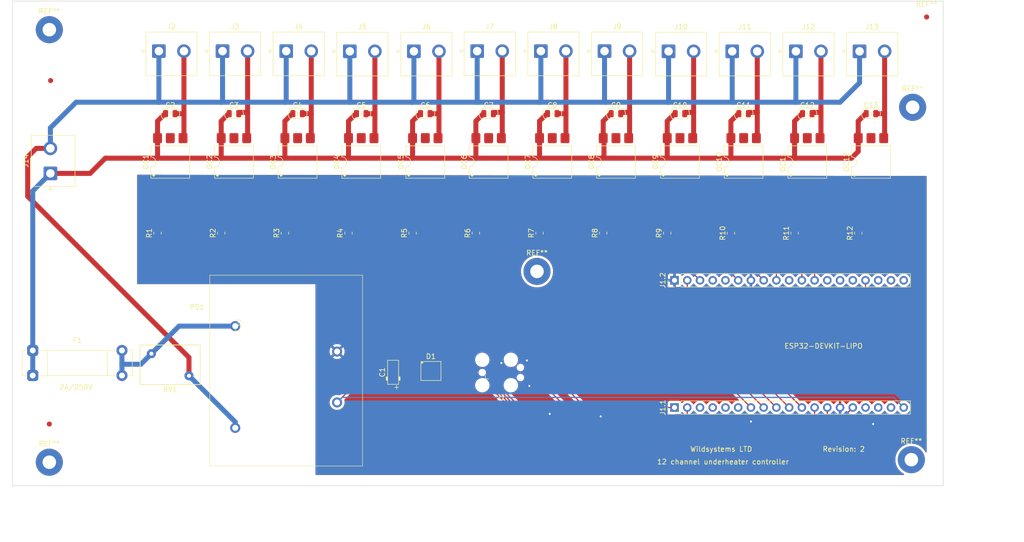
<source format=kicad_pcb>
(kicad_pcb (version 20221018) (generator pcbnew)
  (title_block (title "12 channel underheater controller") (rev "2") (company "Wildsystems LTD"))
  (layers (0 "F.Cu" signal) (31 "B.Cu" signal) (34 "B.Paste" user) (35 "F.Paste" user) (36 "B.SilkS" user "B.Silkscreen") (37 "F.SilkS" user "F.Silkscreen") (38 "B.Mask" user) (39 "F.Mask" user) (44 "Edge.Cuts" user))
  (net 0 "")
  (net 1 "+3.3V")
  (net 2 "GNDREF")
  (net 3 "/IO_220V/220V_out")
  (net 4 "/IO_220V1/220V_out")
  (net 5 "/IO_220V2/220V_out")
  (net 6 "/IO_220V3/220V_out")
  (net 7 "/IO_220V4/220V_out")
  (net 8 "/IO_220V5/220V_out")
  (net 9 "/IO_220V10/220V_out")
  (net 10 "/IO_220V9/220V_out")
  (net 11 "/IO_220V8/220V_out")
  (net 12 "/IO_220V7/220V_out")
  (net 13 "/IO_220V11/220V_out")
  (net 14 "/IO_220V6/220V_out")
  (net 15 "Net-(PS1-AC{slash}L)")
  (net 16 "/ESP_EN")
  (net 17 "/GPIO12")
  (net 18 "/GPIO14")
  (net 19 "/GPIO13")
  (net 20 "+5V")
  (net 21 "/GPIO15")
  (net 22 "/GPI36")
  (net 23 "/GPI39")
  (net 24 "/GPI34")
  (net 25 "/GPI35")
  (net 26 "/GPIO32")
  (net 27 "/GPIO33")
  (net 28 "/GPIO25")
  (net 29 "/GPIO26")
  (net 30 "Net-(OC1-Pad1)")
  (net 33 "/GPIO27")
  (net 37 "/GPIO23")
  (net 38 "/GPIO22")
  (net 39 "/L")
  (net 40 "/N")
  (net 41 "/GPIO1")
  (net 42 "/GPIO3")
  (net 43 "/GPIO21")
  (net 44 "/GPIO19")
  (net 45 "/GPIO18")
  (net 46 "/GPIO5")
  (net 47 "/GPIO17")
  (net 48 "/GPIO16")
  (net 49 "/GPIO4")
  (net 50 "/GPIO0")
  (net 51 "/GPIO2")
  (net 55 "Net-(OC2-Pad1)")
  (net 58 "Net-(OC3-Pad1)")
  (net 61 "Net-(OC4-Pad1)")
  (net 64 "Net-(OC5-Pad1)")
  (net 67 "Net-(OC6-Pad1)")
  (net 70 "Net-(OC7-Pad1)")
  (net 73 "Net-(OC8-Pad1)")
  (net 76 "Net-(OC9-Pad1)")
  (net 79 "Net-(OC10-Pad1)")
  (net 82 "Net-(OC11-Pad1)")
  (net 85 "Net-(OC12-Pad1)")
  (footprint "Resistor_SMD:R_0805_2012Metric_Pad1.20x1.40mm_HandSolder" (layer "F.Cu") (at 141.224 68.564 90)
    (fp_text reference "R7")
    (fp_text value "170")
  )
  (footprint "Varistor:RV_Disc_D12mm_W7.9mm_P7.5mm" (layer "F.Cu") (at 63.792 92.638)
    (fp_text reference "RV1")
    (fp_text value "S10K460" hide)
  )
  (footprint "Fiducial:Fiducial_1mm_Mask3mm" (layer "F.Cu") (at 43.434 106.68)
    (fp_text reference "REF**" hide)
    (fp_text value "Fiducial_1mm_Mask3mm" hide)
  )
  (footprint "Capacitor_SMD_Handsoldering_AKL:C_0805_2012Metric" (layer "F.Cu") (at 207.3355 44.704)
    (fp_text reference "C13")
    (fp_text value "22n" hide)
  )
  (footprint "Connector_PinHeader_2.54mm:PinHeader_1x19_P2.54mm_Vertical" (layer "F.Cu") (at 168.148 103.378 90)
    (fp_text reference "J1.1")
    (fp_text value "EXT1.1")
  )
  (footprint "Package_DIP_AKL:SMDIP-6_W9.53mm" (layer "F.Cu") (at 207.3355 54.356 90)
    (fp_text reference "OC12")
    (fp_text value "BRT21H-X007" hide)
  )
  (footprint "Capacitor_SMD_Handsoldering_AKL:C_0805_2012Metric" (layer "F.Cu") (at 181.9355 44.704)
    (fp_text reference "C11")
    (fp_text value "22n" hide)
  )
  (footprint "Resistor_SMD:R_0805_2012Metric_Pad1.20x1.40mm_HandSolder" (layer "F.Cu") (at 65.024 68.564 90)
    (fp_text reference "R1")
    (fp_text value "170")
  )
  (footprint "Package_DIP_AKL:SMDIP-6_W9.53mm" (layer "F.Cu") (at 181.9355 54.356 90)
    (fp_text reference "OC10")
    (fp_text value "BRT21H-X007" hide)
  )
  (footprint "Connector_JST:JST_NV_B02P-NV_1x02_P5.00mm_Vertical" (layer "F.Cu") (at 103.378 32.258)
    (fp_text reference "J5")
    (fp_text value "A4")
  )
  (footprint "MountingHole:MountingHole_2.7mm_Pad" (layer "F.Cu") (at 140.716 76.2)
    (fp_text reference "REF**")
    (fp_text value "MountingHole_2.7mm_Pad")
  )
  (footprint "Package_DIP_AKL:SMDIP-6_W9.53mm" (layer "F.Cu") (at 143.764 54.356 90)
    (fp_text reference "OC7")
    (fp_text value "BRT21H-X007" hide)
  )
  (footprint "Resistor_SMD:R_0805_2012Metric_Pad1.20x1.40mm_HandSolder" (layer "F.Cu") (at 115.8955 68.564 90)
    (fp_text reference "R5")
    (fp_text value "170")
  )
  (footprint "Package_DIP_AKL:SMDIP-6_W9.53mm" (layer "F.Cu") (at 194.6355 54.356 90)
    (fp_text reference "OC11")
    (fp_text value "BRT21H-X007" hide)
  )
  (footprint "Resistor_SMD:R_0805_2012Metric_Pad1.20x1.40mm_HandSolder" (layer "F.Cu") (at 204.7955 68.564 90)
    (fp_text reference "R12")
    (fp_text value "170")
  )
  (footprint "Resistor_SMD:R_0805_2012Metric_Pad1.20x1.40mm_HandSolder" (layer "F.Cu") (at 192.0955 68.564 90)
    (fp_text reference "R11")
    (fp_text value "170")
  )
  (footprint "Connector_JST:JST_NV_B02P-NV_1x02_P5.00mm_Vertical" (layer "F.Cu") (at 154.1865 32.216)
    (fp_text reference "J9")
    (fp_text value "A8")
  )
  (footprint "Resistor_SMD:R_0805_2012Metric_Pad1.20x1.40mm_HandSolder" (layer "F.Cu") (at 90.424 68.564 90)
    (fp_text reference "R3")
    (fp_text value "170")
  )
  (footprint "Capacitor_SMD_Handsoldering_AKL:C_0805_2012Metric" (layer "F.Cu") (at 80.264 44.704)
    (fp_text reference "C3")
    (fp_text value "22n" hide)
  )
  (footprint "Capacitor_SMD_Handsoldering_AKL:C_0805_2012Metric" (layer "F.Cu") (at 92.964 44.704)
    (fp_text reference "C4")
    (fp_text value "22n" hide)
  )
  (footprint "Package_DIP_AKL:SMDIP-6_W9.53mm" (layer "F.Cu") (at 67.564 54.356 90)
    (fp_text reference "OC1")
    (fp_text value "BRT21H-X007" hide)
  )
  (footprint "Resistor_SMD:R_0805_2012Metric_Pad1.20x1.40mm_HandSolder" (layer "F.Cu") (at 77.724 68.564 90)
    (fp_text reference "R2")
    (fp_text value "170")
  )
  (footprint "Fuse:Fuseholder_Clip-5x20mm_Bel_FC-203-22_Lateral_P17.80x5.00mm_D1.17mm_Horizontal" (layer "F.Cu") (at 40.122 91.988)
    (fp_text reference "F1")
    (fp_text value "2A/250V/FH-1096")
  )
  (footprint "Package_DIP_AKL:SMDIP-6_W9.53mm" (layer "F.Cu") (at 131.064 54.356 90)
    (fp_text reference "OC6")
    (fp_text value "BRT21H-X007" hide)
  )
  (footprint "Connector_JST:JST_NV_B02P-NV_1x02_P5.00mm_Vertical" (layer "F.Cu") (at 77.9865 32.216)
    (fp_text reference "J3")
    (fp_text value "A2")
  )
  (footprint "Capacitor_Tantalum_SMD_AKL:CP_EIA-3216-18_Kemet-A" (layer "F.Cu") (at 112.014 96.346 90)
    (fp_text reference "C1")
    (fp_text value "TAJA105K025RNJ" hide)
  )
  (footprint "Connector_JST:JST_NV_B02P-NV_1x02_P5.00mm_Vertical" (layer "F.Cu") (at 65.2865 32.216)
    (fp_text reference "J2")
    (fp_text value "A1")
  )
  (footprint "MountingHole:MountingHole_2.7mm_Pad" (layer "F.Cu") (at 215.392 113.792)
    (fp_text reference "REF**")
    (fp_text value "MountingHole_2.7mm_Pad")
  )
  (footprint "Package_DIP_AKL:SMDIP-6_W9.53mm" (layer "F.Cu") (at 156.464 54.356 90)
    (fp_text reference "OC8")
    (fp_text value "BRT21H-X007" hide)
  )
  (footprint "Package_DIP_AKL:SMDIP-6_W9.53mm" (layer "F.Cu") (at 169.2355 54.356 90)
    (fp_text reference "OC9")
    (fp_text value "BRT21H-X007" hide)
  )
  (footprint "Package_DIP_AKL:SMDIP-6_W9.53mm" (layer "F.Cu") (at 118.4355 54.356 90)
    (fp_text reference "OC5")
    (fp_text value "BRT21H-X007" hide)
  )
  (footprint "Fiducial:Fiducial_1mm_Mask3mm" (layer "F.Cu") (at 218.44 25.4)
    (fp_text reference "REF**")
    (fp_text value "Fiducial_1mm_Mask3mm")
  )
  (footprint "Connector_JST:JST_NV_B02P-NV_1x02_P5.00mm_Vertical" (layer "F.Cu") (at 205.058 32.258)
    (fp_text reference "J13")
    (fp_text value "A12")
  )
  (footprint "Connector_JST:JST_NV_B02P-NV_1x02_P5.00mm_Vertical" (layer "F.Cu") (at 166.958 32.258)
    (fp_text reference "J10")
    (fp_text value "A9")
  )
  (footprint "Capacitor_SMD_Handsoldering_AKL:C_0805_2012Metric" (layer "F.Cu") (at 194.6355 44.704)
    (fp_text reference "C12")
    (fp_text value "22n" hide)
  )
  (footprint "Capacitor_SMD_Handsoldering_AKL:C_0805_2012Metric" (layer "F.Cu") (at 105.6555 44.704)
    (fp_text reference "C5")
    (fp_text value "22n" hide)
  )
  (footprint "Capacitor_SMD_Handsoldering_AKL:C_0805_2012Metric" (layer "F.Cu") (at 118.4355 44.704)
    (fp_text reference "C6")
    (fp_text value "22n" hide)
  )
  (footprint "Capacitor_SMD_Handsoldering_AKL:C_0805_2012Metric" (layer "F.Cu") (at 131.064 44.704)
    (fp_text reference "C7")
    (fp_text value "22n" hide)
  )
  (footprint "Connector_JST:JST_NV_B02P-NV_1x02_P5.00mm_Vertical" (layer "F.Cu") (at 43.646 56.6335 90)
    (fp_text reference "J14")
    (fp_text value "220IN")
  )
  (footprint "MountingHole:MountingHole_2.7mm_Pad" (layer "F.Cu") (at 43.434 114.3)
    (fp_text reference "REF**")
    (fp_text value "MountingHole_2.7mm_Pad")
  )
  (footprint "Package_TO_SOT_SMD_AKL:SOT-23-5" (layer "F.Cu") (at 119.55 96.078)
    (fp_text reference "D1")
    (fp_text value "ESDA5V3SC5" hide)
  )
  (footprint "Connector_JST:JST_NV_B02P-NV_1x02_P5.00mm_Vertical" (layer "F.Cu") (at 116.158 32.258)
    (fp_text reference "J6")
    (fp_text value "A5")
  )
  (footprint "Connector_JST:JST_NV_B02P-NV_1x02_P5.00mm_Vertical" (layer "F.Cu") (at 141.4865 32.216)
    (fp_text reference "J8")
    (fp_text value "A7")
  )
  (footprint "Resistor_SMD:R_0805_2012Metric_Pad1.20x1.40mm_HandSolder" (layer "F.Cu") (at 179.3955 68.564 90)
    (fp_text reference "R10")
    (fp_text value "170")
  )
  (footprint "Resistor_SMD:R_0805_2012Metric_Pad1.20x1.40mm_HandSolder" (layer "F.Cu") (at 103.1155 68.564 90)
    (fp_text reference "R4")
    (fp_text value "170")
  )
  (footprint "Capacitor_SMD_Handsoldering_AKL:C_0805_2012Metric" (layer "F.Cu") (at 67.564 44.704)
    (fp_text reference "C2")
    (fp_text value "22n" hide)
  )
  (footprint "Connector_PinHeader_2.54mm:PinHeader_1x19_P2.54mm_Vertical" (layer "F.Cu") (at 168.148 77.978 90)
    (fp_text reference "J1.2")
    (fp_text value "EXT1.2")
  )
  (footprint "Resistor_SMD:R_0805_2012Metric_Pad1.20x1.40mm_HandSolder" (layer "F.Cu") (at 166.6955 68.564 90)
    (fp_text reference "R9")
    (fp_text value "170")
  )
  (footprint "Capacitor_SMD_Handsoldering_AKL:C_0805_2012Metric" (layer "F.Cu") (at 156.464 44.704)
    (fp_text reference "C9")
    (fp_text value "22n" hide)
  )
  (footprint "Connector_JST:JST_NV_B02P-NV_1x02_P5.00mm_Vertical" (layer "F.Cu") (at 90.6865 32.216)
    (fp_text reference "J4")
    (fp_text value "A3")
  )
  (footprint "Resistor_SMD:R_0805_2012Metric_Pad1.20x1.40mm_HandSolder" (layer "F.Cu") (at 128.524 68.564 90)
    (fp_text reference "R6")
    (fp_text value "170")
  )
  (footprint "Connector_JST:JST_NV_B02P-NV_1x02_P5.00mm_Vertical" (layer "F.Cu") (at 128.7865 32.216)
    (fp_text reference "J7")
    (fp_text value "A6")
  )
  (footprint "Connector_JST:JST_NV_B02P-NV_1x02_P5.00mm_Vertical" (layer "F.Cu") (at 179.658 32.258)
    (fp_text reference "J11")
    (fp_text value "A10")
  )
  (footprint "Package_DIP_AKL:SMDIP-6_W9.53mm" (layer "F.Cu") (at 80.264 54.356 90)
    (fp_text reference "OC2")
    (fp_text value "BRT21H-X007" hide)
  )
  (footprint "MountingHole:MountingHole_2.7mm_Pad" (layer "F.Cu") (at 215.646 43.434)
    (fp_text reference "REF**")
    (fp_text value "MountingHole_2.7mm_Pad")
  )
  (footprint "Connector_JST:JST_NV_B02P-NV_1x02_P5.00mm_Vertical" (layer "F.Cu") (at 192.358 32.258)
    (fp_text reference "J12")
    (fp_text value "A11")
  )
  (footprint "Library:ZP05SXX00WB" (layer "F.Cu") (at 80.518 87.122 -90)
    (fp_text reference "PS1")
    (fp_text value "ZP05S0500WB" hide)
  )
  (footprint "MountingHole:MountingHole_2.7mm_Pad" (layer "F.Cu") (at 43.434 27.94)
    (fp_text reference "REF**")
    (fp_text value "MountingHole_2.7mm_Pad")
  )
  (footprint "Resistor_SMD:R_0805_2012Metric_Pad1.20x1.40mm_HandSolder" (layer "F.Cu") (at 153.924 68.564 90)
    (fp_text reference "R8")
    (fp_text value "170")
  )
  (footprint "Fiducial:Fiducial_1mm_Mask3mm" (layer "F.Cu") (at 43.688 38.1)
    (fp_text reference "REF**" hide)
    (fp_text value "Fiducial_1mm_Mask3mm" hide)
  )
  (footprint "Capacitor_SMD_Handsoldering_AKL:C_0805_2012Metric" (layer "F.Cu") (at 169.2355 44.704)
    (fp_text reference "C10")
    (fp_text value "22n" hide)
  )
  (footprint "Package_DIP_AKL:SMDIP-6_W9.53mm" (layer "F.Cu") (at 92.964 54.356 90)
    (fp_text reference "OC3")
    (fp_text value "BRT21H-X007" hide)
  )
  (footprint "Capacitor_SMD_Handsoldering_AKL:C_0805_2012Metric" (layer "F.Cu") (at 143.764 44.704)
    (fp_text reference "C8")
    (fp_text value "22n" hide)
  )
  (footprint "Package_DIP_AKL:SMDIP-6_W9.53mm" (layer "F.Cu") (at 105.6555 54.356 90)
    (fp_text reference "OC4")
    (fp_text value "BRT21H-X007" hide)
  )
  (footprint "Connector:Tag-Connect_TC2050-IDC-FP_2x05_P1.27mm_Vertical" (layer "F.Cu") (at 133.604 96.393)
    (fp_text reference "J1")
    (fp_text value "JTAG")
  )
  (gr_rect (start 36.068 22.225) (end 221.742 118.999) (stroke (width 0.1)) (fill none) (layer "Edge.Cuts"))
  (gr_text "${TITLE}\n" (at 164.592 114.808) (layer "F.SilkS") (effects (font (size 1 1)) (justify left bottom)))
  (gr_text "${COMPANY}\n" (at 171.196 112.268) (layer "F.SilkS") (effects (font (size 1 1)) (justify left bottom)))
  (gr_text "ESP32-DEVKIT-LIPO" (at 189.992 91.694) (layer "F.SilkS") (effects (font (size 1 1)) (justify left bottom)))
  (gr_text "Revision: ${REVISION}" (at 197.612 112.268) (layer "F.SilkS") (effects (font (size 1 1)) (justify left bottom)))
  (gr_text "2A/250V\n" (at 48.768 99.314) (layer "F.SilkS") (effects (font (size 1 1))))
  (segment (start 150.368 103.378) (end 168.148 103.378) (width 0.25) (layer "F.Cu") (net 1))
  (segment (start 139.192 92.202) (end 150.368 103.378) (width 0.25) (layer "F.Cu") (net 1))
  (segment (start 134.62 92.202) (end 139.192 92.202) (width 0.25) (layer "F.Cu") (net 1))
  (segment (start 131.064 95.758) (end 134.62 92.202) (width 0.25) (layer "F.Cu") (net 1))
  (segment (start 118.4355 59.121) (end 118.364 59.0495) (width 0.25) (layer "F.Cu") (net 2))
  (segment (start 136.144 95.758) (end 132.334 95.758) (width 0.25) (layer "F.Cu") (net 2))
  (segment (start 194.564 59.0495) (end 194.6355 59.121) (width 0.25) (layer "F.Cu") (net 2))
  (via (at 133.604 94.488) (size 0.8) (drill 0.4) (layers "F.Cu" "B.Cu") (net 2))
  (via (at 138.684 93.98) (size 0.8) (drill 0.4) (layers "F.Cu" "B.Cu") (net 2))
  (via (at 153.416 105.156) (size 0.8) (drill 0.4) (layers "F.Cu" "B.Cu") (net 2))
  (via (at 143.256 104.648) (size 0.8) (drill 0.4) (layers "F.Cu" "B.Cu") (net 2))
  (via (at 183.388 106.172) (size 0.8) (drill 0.4) (layers "F.Cu" "B.Cu") (net 2))
  (via (at 139.192 99.06) (size 0.8) (drill 0.4) (layers "F.Cu" "B.Cu") (net 2))
  (via (at 207.772 106.68) (size 0.8) (drill 0.4) (layers "F.Cu" "B.Cu") (net 2))
  (segment (start 70.2865 32.216) (end 70.2865 44.704) (width 1) (layer "F.Cu") (net 3))
  (segment (start 70.2865 44.704) (end 68.614 44.704) (width 1) (layer "F.Cu") (net 3))
  (segment (start 70.2865 49.4085) (end 70.104 49.591) (width 1) (layer "F.Cu") (net 3))
  (segment (start 70.2865 44.704) (end 70.2865 49.4085) (width 1) (layer "F.Cu") (net 3))
  (segment (start 82.9865 44.45) (end 82.9865 49.4085) (width 1) (layer "F.Cu") (net 4))
  (segment (start 81.314 44.604) (end 81.314 44.704) (width 1) (layer "F.Cu") (net 4))
  (segment (start 81.468 44.45) (end 81.314 44.604) (width 1) (layer "F.Cu") (net 4))
  (segment (start 82.9865 32.216) (end 82.9865 44.45) (width 1) (layer "F.Cu") (net 4))
  (segment (start 82.9865 49.4085) (end 82.804 49.591) (width 1) (layer "F.Cu") (net 4))
  (segment (start 82.9865 44.45) (end 81.468 44.45) (width 1) (layer "F.Cu") (net 4))
  (segment (start 95.6865 32.216) (end 95.6865 44.704) (width 1) (layer "F.Cu") (net 5))
  (segment (start 95.6865 44.704) (end 94.014 44.704) (width 1) (layer "F.Cu") (net 5))
  (segment (start 95.6865 44.704) (end 95.6865 49.4085) (width 1) (layer "F.Cu") (net 5))
  (segment (start 95.6865 49.4085) (end 95.504 49.591) (width 1) (layer "F.Cu") (net 5))
  (segment (start 108.378 44.704) (end 106.7055 44.704) (width 1) (layer "F.Cu") (net 6))
  (segment (start 108.378 32.258) (end 108.378 44.704) (width 1) (layer "F.Cu") (net 6))
  (segment (start 108.378 44.704) (end 108.378 49.4085) (width 1) (layer "F.Cu") (net 6))
  (segment (start 108.378 49.4085) (end 108.1955 49.591) (width 1) (layer "F.Cu") (net 6))
  (segment (start 121.158 32.258) (end 121.158 44.704) (width 1) (layer "F.Cu") (net 7))
  (segment (start 121.158 44.704) (end 119.4855 44.704) (width 1) (layer "F.Cu") (net 7))
  (segment (start 121.158 49.4085) (end 120.9755 49.591) (width 1) (layer "F.Cu") (net 7))
  (segment (start 121.158 44.704) (end 121.158 49.4085) (width 1) (layer "F.Cu") (net 7))
  (segment (start 133.7865 49.4085) (end 133.604 49.591) (width 1) (layer "F.Cu") (net 8))
  (segment (start 133.7865 32.216) (end 133.7865 44.45) (width 1) (layer "F.Cu") (net 8))
  (segment (start 133.7865 44.45) (end 133.7865 49.4085) (width 1) (layer "F.Cu") (net 8))
  (segment (start 132.114 44.604) (end 132.114 44.704) (width 1) (layer "F.Cu") (net 8))
  (segment (start 133.7865 44.45) (end 132.268 44.45) (width 1) (layer "F.Cu") (net 8))
  (segment (start 132.268 44.45) (end 132.114 44.604) (width 1) (layer "F.Cu") (net 8))
  (segment (start 146.4865 32.216) (end 146.4865 44.704) (width 1) (layer "F.Cu") (net 9))
  (segment (start 146.4865 44.704) (end 144.814 44.704) (width 1) (layer "F.Cu") (net 9))
  (segment (start 146.4865 44.704) (end 146.4865 49.4085) (width 1) (layer "F.Cu") (net 9))
  (segment (start 146.4865 49.4085) (end 146.304 49.591) (width 1) (layer "F.Cu") (net 9))
  (segment (start 157.668 44.45) (end 157.514 44.604) (width 1) (layer "F.Cu") (net 10))
  (segment (start 157.514 44.604) (end 157.514 44.704) (width 1) (layer "F.Cu") (net 10))
  (segment (start 159.1865 32.216) (end 159.1865 44.45) (width 1) (layer "F.Cu") (net 10))
  (segment (start 159.1865 49.4085) (end 159.004 49.591) (width 1) (layer "F.Cu") (net 10))
  (segment (start 159.1865 44.45) (end 157.668 44.45) (width 1) (layer "F.Cu") (net 10))
  (segment (start 159.1865 44.45) (end 159.1865 49.4085) (width 1) (layer "F.Cu") (net 10))
  (segment (start 170.4395 44.45) (end 170.2855 44.604) (width 1) (layer "F.Cu") (net 11))
  (segment (start 171.958 32.258) (end 171.958 44.45) (width 1) (layer "F.Cu") (net 11))
  (segment (start 170.2855 44.604) (end 170.2855 44.704) (width 1) (layer "F.Cu") (net 11))
  (segment (start 171.958 44.45) (end 170.4395 44.45) (width 1) (layer "F.Cu") (net 11))
  (segment (start 171.958 44.45) (end 171.958 49.4085) (width 1) (layer "F.Cu") (net 11))
  (segment (start 171.958 49.4085) (end 171.7755 49.591) (width 1) (layer "F.Cu") (net 11))
  (segment (start 184.658 32.258) (end 184.658 44.45) (width 1) (layer "F.Cu") (net 12))
  (segment (start 184.658 44.45) (end 184.658 49.4085) (width 1) (layer "F.Cu") (net 12))
  (segment (start 184.658 49.4085) (end 184.4755 49.591) (width 1) (layer "F.Cu") (net 12))
  (segment (start 183.1395 44.45) (end 182.9855 44.604) (width 1) (layer "F.Cu") (net 12))
  (segment (start 184.658 44.45) (end 183.1395 44.45) (width 1) (layer "F.Cu") (net 12))
  (segment (start 182.9855 44.604) (end 182.9855 44.704) (width 1) (layer "F.Cu") (net 12))
  (segment (start 197.358 44.45) (end 195.8395 44.45) (width 1) (layer "F.Cu") (net 13))
  (segment (start 195.6855 44.604) (end 195.6855 44.704) (width 1) (layer "F.Cu") (net 13))
  (segment (start 197.358 49.4085) (end 197.1755 49.591) (width 1) (layer "F.Cu") (net 13))
  (segment (start 195.8395 44.45) (end 195.6855 44.604) (width 1) (layer "F.Cu") (net 13))
  (segment (start 197.358 44.45) (end 197.358 49.4085) (width 1) (layer "F.Cu") (net 13))
  (segment (start 197.358 32.258) (end 197.358 44.45) (width 1) (layer "F.Cu") (net 13))
  (segment (start 210.058 49.4085) (end 209.8755 49.591) (width 1) (layer "F.Cu") (net 14))
  (segment (start 210.058 44.704) (end 210.058 49.4085) (width 1) (layer "F.Cu") (net 14))
  (segment (start 210.058 32.258) (end 210.058 44.704) (width 1) (layer "F.Cu") (net 14))
  (segment (start 210.058 44.704) (end 208.3855 44.704) (width 1) (layer "F.Cu") (net 14))
  (segment (start 57.922 96.988) (end 57.922 94.752) (width 1) (layer "B.Cu") (net 15))
  (segment (start 63.792 92.638) (end 61.688 94.742) (width 1) (layer "B.Cu") (net 15))
  (segment (start 63.792 92.638) (end 69.308 87.122) (width 1) (layer "B.Cu") (net 15))
  (segment (start 69.308 87.122) (end 80.518 87.122) (width 1) (layer "B.Cu") (net 15))
  (segment (start 61.688 94.742) (end 57.912 94.742) (width 1) (layer "B.Cu") (net 15))
  (segment (start 57.912 94.742) (end 57.922 94.732) (width 1) (layer "B.Cu") (net 15))
  (segment (start 57.922 94.752) (end 57.912 94.742) (width 1) (layer "B.Cu") (net 15))
  (segment (start 57.922 94.732) (end 57.922 91.988) (width 1) (layer "B.Cu") (net 15))
  (segment (start 139.446 96.266) (end 149.86 106.68) (width 0.25) (layer "F.Cu") (net 16))
  (segment (start 169.418 106.68) (end 170.688 105.41) (width 0.25) (layer "F.Cu") (net 16))
  (segment (start 136.906 96.266) (end 139.446 96.266) (width 0.25) (layer "F.Cu") (net 16))
  (segment (start 170.688 105.41) (end 170.688 103.378) (width 0.25) (layer "F.Cu") (net 16))
  (segment (start 149.86 106.68) (end 169.418 106.68) (width 0.25) (layer "F.Cu") (net 16))
  (segment (start 136.144 97.028) (end 136.906 96.266) (width 0.25) (layer "F.Cu") (net 16))
  (segment (start 141.734792 108.458) (end 195.326 108.458) (width 0.25) (layer "F.Cu") (net 17))
  (segment (start 133.210301 97.421699) (end 133.210301 99.933509) (width 0.25) (layer "F.Cu") (net 17))
  (segment (start 195.326 108.458) (end 198.628 105.156) (width 0.25) (layer "F.Cu") (net 17))
  (segment (start 133.604 97.028) (end 133.210301 97.421699) (width 0.25) (layer "F.Cu") (net 17))
  (segment (start 133.210301 99.933509) (end 141.734792 108.458) (width 0.25) (layer "F.Cu") (net 17))
  (segment (start 198.628 105.156) (end 198.628 103.378) (width 0.25) (layer "F.Cu") (net 17))
  (segment (start 196.088 105.41) (end 196.088 103.378) (width 0.25) (layer "F.Cu") (net 18))
  (segment (start 141.986 107.95) (end 193.548 107.95) (width 0.25) (layer "F.Cu") (net 18))
  (segment (start 133.858 99.822) (end 141.986 107.95) (width 0.25) (layer "F.Cu") (net 18))
  (segment (start 193.548 107.95) (end 196.088 105.41) (width 0.25) (layer "F.Cu") (net 18))
  (segment (start 133.858 98.044) (end 133.858 99.822) (width 0.25) (layer "F.Cu") (net 18))
  (segment (start 134.874 97.028) (end 133.858 98.044) (width 0.25) (layer "F.Cu") (net 18))
  (segment (start 132.334 99.693604) (end 141.606396 108.966) (width 0.25) (layer "F.Cu") (net 19))
  (segment (start 141.606396 108.966) (end 198.12 108.966) (width 0.25) (layer "F.Cu") (net 19))
  (segment (start 198.12 108.966) (end 203.708 103.378) (width 0.25) (layer "F.Cu") (net 19))
  (segment (start 132.334 97.028) (end 132.334 99.693604) (width 0.25) (layer "F.Cu") (net 19))
  (segment (start 118.45 95.128) (end 120.65 95.128) (width 0.25) (layer "F.Cu") (net 20))
  (segment (start 118.45 97.028) (end 118.45 98.892) (width 0.25) (layer "F.Cu") (net 20))
  (segment (start 100.838 102.362) (end 105.504 97.696) (width 0.25) (layer "F.Cu") (net 20))
  (segment (start 120.65 95.128) (end 120.65 97.028) (width 0.25) (layer "F.Cu") (net 20))
  (segment (start 113.378 99.06) (end 118.618 99.06) (width 0.25) (layer "F.Cu") (net 20))
  (segment (start 105.504 97.696) (end 112.014 97.696) (width 0.25) (layer "F.Cu") (net 20))
  (segment (start 118.45 98.892) (end 118.618 99.06) (width 0.25) (layer "F.Cu") (net 20))
  (segment (start 112.014 97.696) (end 113.378 99.06) (width 0.25) (layer "F.Cu") (net 20))
  (segment (start 118.618 99.06) (end 120.65 97.028) (width 0.25) (layer "F.Cu") (net 20))
  (segment (start 211.852 101.362) (end 213.868 103.378) (width 0.25) (layer "B.Cu") (net 20))
  (segment (start 100.838 102.362) (end 101.838 101.362) (width 0.25) (layer "B.Cu") (net 20))
  (segment (start 101.838 101.362) (end 211.852 101.362) (width 0.25) (layer "B.Cu") (net 20))
  (segment (start 215.646 105.41) (end 215.646 89.408) (width 0.25) (layer "F.Cu") (net 21))
  (segment (start 206.248 80.01) (end 206.248 77.978) (width 0.25) (layer "F.Cu") (net 21))
  (segment (start 211.582 109.474) (end 215.646 105.41) (width 0.25) (layer "F.Cu") (net 21))
  (segment (start 131.826 99.822) (end 141.478 109.474) (width 0.25) (layer "F.Cu") (net 21))
  (segment (start 131.064 97.028) (end 131.826 97.79) (width 0.25) (layer "F.Cu") (net 21))
  (segment (start 131.826 97.79) (end 131.826 99.822) (width 0.25) (layer "F.Cu") (net 21))
  (segment (start 215.646 89.408) (end 206.248 80.01) (width 0.25) (layer "F.Cu") (net 21))
  (segment (start 141.478 109.474) (end 211.582 109.474) (width 0.25) (layer "F.Cu") (net 21))
  (segment (start 119.877 86.349) (end 166.359 86.349) (width 0.25) (layer "F.Cu") (net 26))
  (segment (start 69.766 74.306) (end 107.834 74.306) (width 0.25) (layer "F.Cu") (net 26))
  (segment (start 107.834 74.306) (end 119.877 86.349) (width 0.25) (layer "F.Cu") (net 26))
  (segment (start 65.024 69.564) (end 69.766 74.306) (width 0.25) (layer "F.Cu") (net 26))
  (segment (start 166.359 86.349) (end 183.388 103.378) (width 0.25) (layer "F.Cu") (net 26))
  (segment (start 82.016 73.856) (end 108.271604 73.856) (width 0.25) (layer "F.Cu") (net 27))
  (segment (start 108.271604 73.856) (end 120.314604 85.899) (width 0.25) (layer "F.Cu") (net 27))
  (segment (start 120.314604 85.899) (end 168.449 85.899) (width 0.25) (layer "F.Cu") (net 27))
  (segment (start 168.449 85.899) (end 185.928 103.378) (width 0.25) (layer "F.Cu") (net 27))
  (segment (start 77.724 69.564) (end 82.016 73.856) (width 0.25) (layer "F.Cu") (net 27))
  (segment (start 93.726 73.406) (end 90.424 70.104) (width 0.25) (layer "F.Cu") (net 28))
  (segment (start 108.458 73.406) (end 93.726 73.406) (width 0.25) (layer "F.Cu") (net 28))
  (segment (start 120.396 85.344) (end 108.458 73.406) (width 0.25) (layer "F.Cu") (net 28))
  (segment (start 170.434 85.344) (end 120.396 85.344) (width 0.25) (layer "F.Cu") (net 28))
  (segment (start 90.424 70.104) (end 90.424 69.564) (width 0.25) (layer "F.Cu") (net 28))
  (segment (start 188.468 103.378) (end 170.434 85.344) (width 0.25) (layer "F.Cu") (net 28))
  (segment (start 120.65 84.836) (end 172.466 84.836) (width 0.25) (layer "F.Cu") (net 29))
  (segment (start 108.712 72.898) (end 120.65 84.836) (width 0.25) (layer "F.Cu") (net 29))
  (segment (start 172.466 84.836) (end 191.008 103.378) (width 0.25) (layer "F.Cu") (net 29))
  (segment (start 103.1155 69.564) (end 106.4495 72.898) (width 0.25) (layer "F.Cu") (net 29))
  (segment (start 106.4495 72.898) (end 108.712 72.898) (width 0.25) (layer "F.Cu") (net 29))
  (segment (start 65.024 67.564) (end 65.024 59.121) (width 0.25) (layer "F.Cu") (net 30))
  (segment (start 174.498 84.328) (end 193.548 103.378) (width 0.25) (layer "F.Cu") (net 33))
  (segment (start 115.8955 69.564) (end 130.6595 84.328) (width 0.25) (layer "F.Cu") (net 33))
  (segment (start 130.6595 84.328) (end 174.498 84.328) (width 0.25) (layer "F.Cu") (net 33))
  (segment (start 142.494 83.82) (end 166.878 83.82) (width 0.25) (layer "F.Cu") (net 37))
  (segment (start 166.878 83.82) (end 170.688 80.01) (width 0.25) (layer "F.Cu") (net 37))
  (segment (start 170.688 80.01) (end 170.688 77.978) (width 0.25) (layer "F.Cu") (net 37))
  (segment (start 128.524 69.85) (end 142.494 83.82) (width 0.25) (layer "F.Cu") (net 37))
  (segment (start 128.524 69.564) (end 128.524 69.85) (width 0.25) (layer "F.Cu") (net 37))
  (segment (start 164.338 72.39) (end 144.05 72.39) (width 0.25) (layer "F.Cu") (net 38))
  (segment (start 166.37 74.422) (end 164.338 72.39) (width 0.25) (layer "F.Cu") (net 38))
  (segment (start 169.672 74.422) (end 166.37 74.422) (width 0.25) (layer "F.Cu") (net 38))
  (segment (start 144.05 72.39) (end 141.224 69.564) (width 0.25) (layer "F.Cu") (net 38))
  (segment (start 173.228 77.978) (end 169.672 74.422) (width 0.25) (layer "F.Cu") (net 38))
  (segment (start 204.7955 49.591) (end 204.7955 52.2525) (width 1) (layer "F.Cu") (net 39))
  (segment (start 192.0955 49.591) (end 192.0955 46.194) (width 1) (layer "F.Cu") (net 39))
  (segment (start 65.024 53.594) (end 54.61 53.594) (width 1) (layer "F.Cu") (net 39))
  (segment (start 115.8955 46.194) (end 117.3855 44.704) (width 1) (layer "F.Cu") (net 39))
  (segment (start 166.6955 53.2685) (end 166.37 53.594) (width 1) (layer "F.Cu") (net 39))
  (segment (start 90.424 53.34) (end 90.17 53.594) (width 1) (layer "F.Cu") (net 39))
  (segment (start 192.0955 53.4115) (end 192.278 53.594) (width 1) (layer "F.Cu") (net 39))
  (segment (start 90.424 49.591) (end 90.424 46.194) (width 1) (layer "F.Cu") (net 39))
  (segment (start 179.3955 46.194) (end 180.8855 44.704) (width 1) (layer "F.Cu") (net 39))
  (segment (start 65.024 49.591) (end 65.024 46.194) (width 1) (layer "F.Cu") (net 39))
  (segment (start 204.7955 49.591) (end 204.7955 46.194) (width 1) (layer "F.Cu") (net 39))
  (segment (start 128.524 49.591) (end 128.524 46.194) (width 1) (layer "F.Cu") (net 39))
  (segment (start 77.724 49.591) (end 77.724 46.194) (width 1) (layer "F.Cu") (net 39))
  (segment (start 51.5705 56.6335) (end 43.646 56.6335) (width 1) (layer "F.Cu") (net 39))
  (segment (start 141.224 53.34) (end 140.97 53.594) (width 1) (layer "F.Cu") (net 39))
  (segment (start 204.7955 46.194) (end 206.2855 44.704) (width 1) (layer "F.Cu") (net 39))
  (segment (start 103.1155 49.591) (end 103.1155 46.194) (width 1) (layer "F.Cu") (net 39))
  (segment (start 179.3955 49.591) (end 179.3955 46.194) (width 1) (layer "F.Cu") (net 39))
  (segment (start 153.985 49.591) (end 154.074 49.68) (width 1) (layer "F.Cu") (net 39))
  (segment (start 103.1155 49.591) (end 103.1155 53.3315) (width 1) (layer "F.Cu") (net 39))
  (segment (start 115.8955 49.591) (end 115.8955 46.194) (width 1) (layer "F.Cu") (net 39))
  (segment (start 141.224 46.194) (end 142.714 44.704) (width 1) (layer "F.Cu") (net 39))
  (segment (start 166.37 53.594) (end 153.67 53.594) (width 1) (layer "F.Cu") (net 39))
  (segment (start 54.61 53.594) (end 51.5705 56.6335) (width 1) (layer "F.Cu") (net 39))
  (segment (start 166.6955 46.194) (end 168.1855 44.704) (width 1) (layer "F.Cu") (net 39))
  (segment (start 204.7955 52.2525) (end 203.454 53.594) (width 1) (layer "F.Cu") (net 39))
  (segment (start 128.524 53.594) (end 115.824 53.594) (width 1) (layer "F.Cu") (net 39))
  (segment (start 65.024 46.194) (end 66.514 44.704) (width 1) (layer "F.Cu") (net 39))
  (segment (start 77.724 53.594) (end 65.024 53.594) (width 1) (layer "F.Cu") (net 39))
  (segment (start 77.724 46.194) (end 79.214 44.704) (width 1) (layer "F.Cu") (net 39))
  (segment (start 166.6955 49.591) (end 166.6955 46.194) (width 1) (layer "F.Cu") (net 39))
  (segment (start 115.8955 49.591) (end 115.8955 53.5225) (width 1) (layer "F.Cu") (net 39))
  (segment (start 103.1155 46.194) (end 104.6055 44.704) (width 1) (layer "F.Cu") (net 39))
  (segment (start 128.524 49.591) (end 128.524 53.594) (width 1) (layer "F.Cu") (net 39))
  (segment (start 192.0955 49.591) (end 192.0955 53.4115) (width 1) (layer "F.Cu") (net 39))
  (segment (start 166.6955 49.591) (end 166.6955 53.2685) (width 1) (layer "F.Cu") (net 39))
  (segment (start 203.454 53.594) (end 192.278 53.594) (width 1) (layer "F.Cu") (net 39))
  (segment (start 115.8955 53.5225) (end 115.824 53.594) (width 1) (layer "F.Cu") (net 39))
  (segment (start 103.1155 53.3315) (end 103.378 53.594) (width 1) (layer "F.Cu") (net 39))
  (segment (start 65.024 49.591) (end 65.024 53.594) (width 1) (layer "F.Cu") (net 39))
  (segment (start 103.378 53.594) (end 90.17 53.594) (width 1) (layer "F.Cu") (net 39))
  (segment (start 90.424 46.194) (end 91.914 44.704) (width 1) (layer "F.Cu") (net 39))
  (segment (start 153.924 49.591) (end 153.924 46.194) (width 1) (layer "F.Cu") (net 39))
  (segment (start 141.224 49.591) (end 141.224 53.34) (width 1) (layer "F.Cu") (net 39))
  (segment (start 140.97 53.594) (end 128.524 53.594) (width 1) (layer "F.Cu") (net 39))
  (segment (start 179.3955 53.5225) (end 179.324 53.594) (width 1) (layer "F.Cu") (net 39))
  (segment (start 154.074 49.68) (end 154.074 53.19) (width 1) (layer "F.Cu") (net 39))
  (segment (start 77.724 49.591) (end 77.724 53.594) (width 1) (layer "F.Cu") (net 39))
  (segment (start 128.524 46.194) (end 130.014 44.704) (width 1) (layer "F.Cu") (net 39))
  (segment (start 179.324 53.594) (end 166.37 53.594) (width 1) (layer "F.Cu") (net 39))
  (segment (start 90.424 49.591) (end 90.424 53.34) (width 1) (layer "F.Cu") (net 39))
  (segment (start 90.17 53.594) (end 77.724 53.594) (width 1) (layer "F.Cu") (net 39))
  (segment (start 153.924 49.591) (end 153.985 49.591) (width 1) (layer "F.Cu") (net 39))
  (segment (start 179.3955 49.591) (end 179.3955 53.5225) (width 1) (layer "F.Cu") (net 39))
  (segment (start 153.67 53.594) (end 140.97 53.594) (width 1) (layer "F.Cu") (net 39))
  (segment (start 154.074 53.19) (end 153.67 53.594) (width 1) (layer "F.Cu") (net 39))
  (segment (start 192.0955 46.194) (end 193.5855 44.704) (width 1) (layer "F.Cu") (net 39))
  (segment (start 115.824 53.594) (end 103.378 53.594) (width 1) (layer "F.Cu") (net 39))
  (segment (start 141.224 49.591) (end 141.224 46.194) (width 1) (layer "F.Cu") (net 39))
  (segment (start 153.924 46.194) (end 155.414 44.704) (width 1) (layer "F.Cu") (net 39))
  (segment (start 192.278 53.594) (end 179.324 53.594) (width 1) (layer "F.Cu") (net 39))
  (segment (start 40.122 60.1575) (end 40.122 91.988) (width 1) (layer "B.Cu") (net 39))
  (segment (start 43.646 56.6335) (end 40.122 60.1575) (width 1) (layer "B.Cu") (net 39))
  (segment (start 40.122 96.988) (end 40.122 91.988) (width 1) (layer "B.Cu") (net 39))
  (segment (start 40.8225 51.6335) (end 39.116 53.34) (width 1) (layer "F.Cu") (net 40))
  (segment (start 39.116 53.34) (end 39.116 61.214) (width 1) (layer "F.Cu") (net 40))
  (segment (start 43.646 51.6335) (end 40.8225 51.6335) (width 1) (layer "F.Cu") (net 40))
  (segment (start 71.292 93.39) (end 71.292 97.038) (width 1) (layer "F.Cu") (net 40))
  (segment (start 39.116 61.214) (end 71.292 93.39) (width 1) (layer "F.Cu") (net 40))
  (segment (start 65.2865 42.4095) (end 65.278 42.418) (width 1) (layer "B.Cu") (net 40))
  (segment (start 128.7865 42.4095) (end 128.778 42.418) (width 1) (layer "B.Cu") (net 40))
  (segment (start 201.168 42.418) (end 205.058 38.528) (width 1) (layer "B.Cu") (net 40))
  (segment (start 43.646 51.6335) (end 43.646 47.54) (width 1) (layer "B.Cu") (net 40))
  (segment (start 141.4865 42.1555) (end 141.224 42.418) (width 1) (layer "B.Cu") (net 40))
  (segment (start 179.658 42.244) (end 179.832 42.418) (width 1) (layer "B.Cu") (net 40))
  (segment (start 154.432 42.418) (end 166.878 42.418) (width 1) (layer "B.Cu") (net 40))
  (segment (start 166.958 32.258) (end 166.958 42.338) (width 1) (layer "B.Cu") (net 40))
  (segment (start 43.646 47.54) (end 48.768 42.418) (width 1) (layer "B.Cu") (net 40))
  (segment (start 65.278 42.418) (end 77.724 42.418) (width 1) (layer "B.Cu") (net 40))
  (segment (start 128.778 42.418) (end 141.224 42.418) (width 1) (layer "B.Cu") (net 40))
  (segment (start 90.424 42.418) (end 103.378 42.418) (width 1) (layer "B.Cu") (net 40))
  (segment (start 77.9865 42.1555) (end 77.724 42.418) (width 1) (layer "B.Cu") (net 40))
  (segment (start 116.158 32.258) (end 116.158 42.084) (width 1) (layer "B.Cu") (net 40))
  (segment (start 166.958 42.338) (end 166.878 42.418) (width 1) (layer "B.Cu") (net 40))
  (segment (start 90.6865 42.1555) (end 90.424 42.418) (width 1) (layer "B.Cu") (net 40))
  (segment (start 65.2865 32.216) (end 65.2865 42.4095) (width 1) (layer "B.Cu") (net 40))
  (segment (start 192.278 42.418) (end 201.168 42.418) (width 1) (layer "B.Cu") (net 40))
  (segment (start 166.878 42.418) (end 179.832 42.418) (width 1) (layer "B.Cu") (net 40))
  (segment (start 154.1865 32.216) (end 154.1865 42.1725) (width 1) (layer "B.Cu") (net 40))
  (segment (start 116.158 42.084) (end 115.824 42.418) (width 1) (layer "B.Cu") (net 40))
  (segment (start 128.7865 32.216) (end 128.7865 42.4095) (width 1) (layer "B.Cu") (net 40))
  (segment (start 77.724 42.418) (end 90.424 42.418) (width 1) (layer "B.Cu") (net 40))
  (segment (start 192.358 32.258) (end 192.358 42.338) (width 1) (layer "B.Cu") (net 40))
  (segment (start 77.9865 32.216) (end 77.9865 42.1555) (width 1) (layer "B.Cu") (net 40))
  (segment (start 205.058 38.528) (end 205.058 32.258) (width 1) (layer "B.Cu") (net 40))
  (segment (start 192.358 42.338) (end 192.278 42.418) (width 1) (layer "B.Cu") (net 40))
  (segment (start 90.6865 32.216) (end 90.6865 42.1555) (width 1) (layer "B.Cu") (net 40))
  (segment (start 141.224 42.418) (end 154.432 42.418) (width 1) (layer "B.Cu") (net 40))
  (segment (start 179.832 42.418) (end 192.278 42.418) (width 1) (layer "B.Cu") (net 40))
  (segment (start 141.4865 32.216) (end 141.4865 42.1555) (width 1) (layer "B.Cu") (net 40))
  (segment (start 103.378 42.418) (end 115.824 42.418) (width 1) (layer "B.Cu") (net 40))
  (segment (start 154.1865 42.1725) (end 154.432 42.418) (width 1) (layer "B.Cu") (net 40))
  (segment (start 179.658 32.258) (end 179.658 42.244) (width 1) (layer "B.Cu") (net 40))
  (segment (start 71.292 97.038) (end 80.518 106.264) (width 1) (layer "B.Cu") (net 40))
  (segment (start 48.768 42.418) (end 65.278 42.418) (width 1) (layer "B.Cu") (net 40))
  (segment (start 103.378 32.258) (end 103.378 42.418) (width 1) (layer "B.Cu") (net 40))
  (segment (start 115.824 42.418) (end 128.778 42.418) (width 1) (layer "B.Cu") (net 40))
  (segment (start 80.518 106.264) (end 80.518 107.442) (width 1) (layer "B.Cu") (net 40))
  (segment (start 153.924 69.564) (end 163.672396 69.564) (width 0.25) (layer "F.Cu") (net 43))
  (segment (start 171.958 72.39) (end 174.498 74.93) (width 0.25) (layer "F.Cu") (net 43))
  (segment (start 163.672396 69.564) (end 166.498396 72.39) (width 0.25) (layer "F.Cu") (net 43))
  (segment (start 166.498396 72.39) (end 171.958 72.39) (width 0.25) (layer "F.Cu") (net 43))
  (segment (start 174.498 74.93) (end 177.8 74.93) (width 0.25) (layer "F.Cu") (net 43))
  (segment (start 177.8 74.93) (end 180.848 77.978) (width 0.25) (layer "F.Cu") (net 43))
  (segment (start 175.006 73.66) (end 181.61 73.66) (width 0.25) (layer "F.Cu") (net 44))
  (segment (start 166.6955 69.564) (end 170.91 69.564) (width 0.25) (layer "F.Cu") (net 44))
  (segment (start 181.61 73.66) (end 185.928 77.978) (width 0.25) (layer "F.Cu") (net 44))
  (segment (start 170.91 69.564) (end 175.006 73.66) (width 0.25) (layer "F.Cu") (net 44))
  (segment (start 179.3955 69.564) (end 183.356 69.564) (width 0.25) (layer "F.Cu") (net 45))
  (segment (start 188.468 74.676) (end 188.468 77.978) (width 0.25) (layer "F.Cu") (net 45))
  (segment (start 183.356 69.564) (end 188.468 74.676) (width 0.25) (layer "F.Cu") (net 45))
  (segment (start 192.0955 69.564) (end 193.548 71.0165) (width 0.25) (layer "F.Cu") (net 47))
  (segment (start 193.548 71.0165) (end 193.548 77.978) (width 0.25) (layer "F.Cu") (net 47))
  (segment (start 196.088 75.438) (end 196.088 77.978) (width 0.25) (layer "F.Cu") (net 48))
  (segment (start 199.136 72.39) (end 196.088 75.438) (width 0.25) (layer "F.Cu") (net 48))
  (segment (start 204.7955 69.564) (end 201.9695 72.39) (width 0.25) (layer "F.Cu") (net 48))
  (segment (start 201.9695 72.39) (end 199.136 72.39) (width 0.25) (layer "F.Cu") (net 48))
  (segment (start 77.724 59.121) (end 77.724 67.564) (width 0.25) (layer "F.Cu") (net 55))
  (segment (start 90.424 59.121) (end 90.424 67.564) (width 0.25) (layer "F.Cu") (net 58))
  (segment (start 103.1155 59.121) (end 103.1155 67.564) (width 0.25) (layer "F.Cu") (net 61))
  (segment (start 115.8955 59.121) (end 115.8955 67.564) (width 0.25) (layer "F.Cu") (net 64))
  (segment (start 128.524 59.121) (end 128.524 67.564) (width 0.25) (layer "F.Cu") (net 67))
  (segment (start 141.224 59.121) (end 141.224 67.564) (width 0.25) (layer "F.Cu") (net 70))
  (segment (start 153.924 59.121) (end 153.924 67.564) (width 0.25) (layer "F.Cu") (net 73))
  (segment (start 166.6955 59.121) (end 166.6955 67.564) (width 0.25) (layer "F.Cu") (net 76))
  (segment (start 179.3955 59.121) (end 179.3955 67.564) (width 0.25) (layer "F.Cu") (net 79))
  (segment (start 192.0955 59.121) (end 192.0955 67.564) (width 0.25) (layer "F.Cu") (net 82))
  (segment (start 204.7955 59.121) (end 204.7955 67.564) (width 0.25) (layer "F.Cu") (net 85))
  (zone (net 2) (net_name "GNDREF") (layers "F&B.Cu") (name "Gnd") (connect_pads (clearance 0.5)) (min_thickness 0.25) (fill yes (thermal_gap 0.5) (thermal_bridge_width 0.5))
    (polygon (pts (xy 96.52 116.84) (xy 96.52 78.74) (xy 60.96 78.74) (xy 60.96 56.896) (xy 218.44 57.15) (xy 218.44 116.84)))
  )
)
</source>
